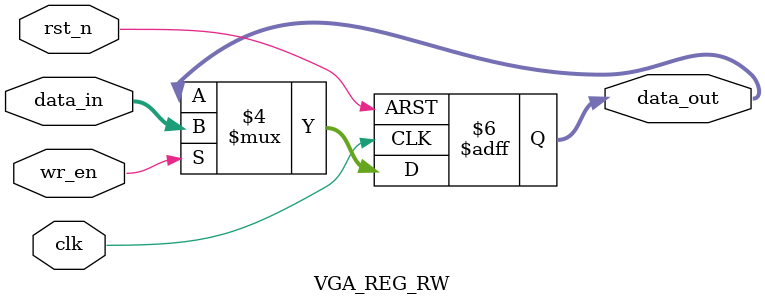
<source format=v>
module VGA_REG_RW
   #(
    parameter DATA_WIDTH          = 32,
    parameter DFLT_VALUE          = {DATA_WIDTH{1'b0}}
    )
    (
    input                              clk,
    input                              rst_n,

    input                              wr_en,
    input             [DATA_WIDTH-1:0] data_in,
    output reg        [DATA_WIDTH-1:0] data_out
    );

// -----------------------------------------------------------------------------
// Constant Parameter
// -----------------------------------------------------------------------------

// -----------------------------------------------------------------------------
// Internal Signals Declarations
// -----------------------------------------------------------------------------

// -----------------------------------------------------------------------------
// Main Code
// -----------------------------------------------------------------------------

always @(posedge clk or negedge rst_n)
begin
  if (rst_n == 1'b0)
    data_out            <= DFLT_VALUE;
  else if (wr_en == 1'b1)
    data_out            <= data_in;
end

endmodule


</source>
